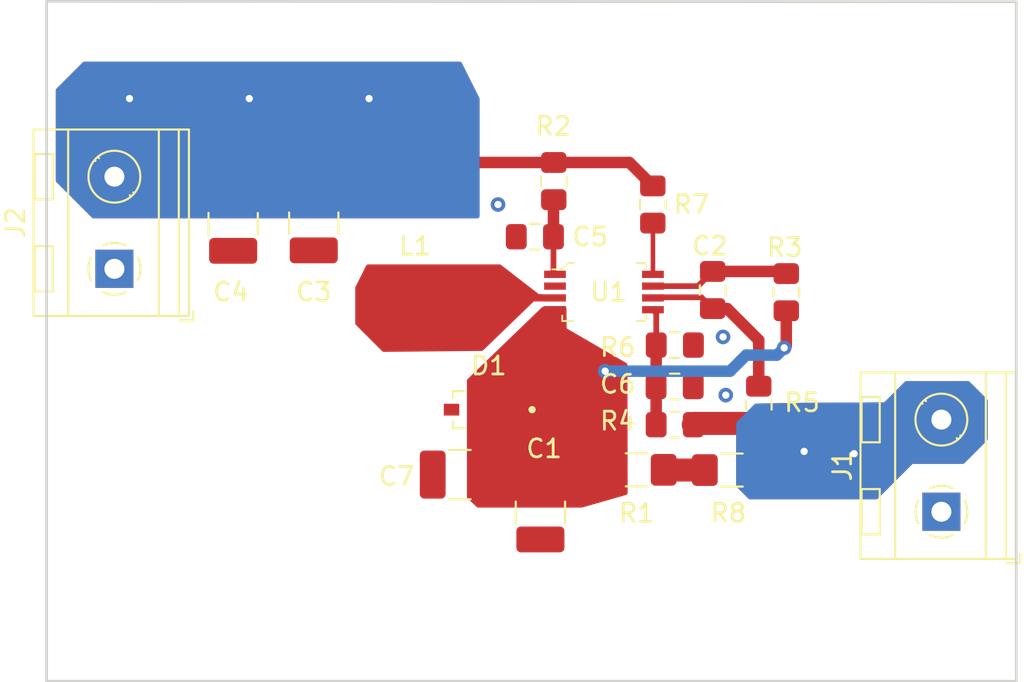
<source format=kicad_pcb>
(kicad_pcb (version 20171130) (host pcbnew "(5.0.2)-1")

  (general
    (thickness 1.6)
    (drawings 4)
    (tracks 52)
    (zones 0)
    (modules 20)
    (nets 12)
  )

  (page A4)
  (layers
    (0 F.Cu signal)
    (31 B.Cu signal)
    (32 B.Adhes user hide)
    (33 F.Adhes user hide)
    (34 B.Paste user hide)
    (35 F.Paste user hide)
    (36 B.SilkS user hide)
    (37 F.SilkS user)
    (38 B.Mask user hide)
    (39 F.Mask user hide)
    (40 Dwgs.User user hide)
    (41 Cmts.User user hide)
    (42 Eco1.User user hide)
    (43 Eco2.User user hide)
    (44 Edge.Cuts user)
    (45 Margin user hide)
    (46 B.CrtYd user hide)
    (47 F.CrtYd user)
    (48 B.Fab user hide)
    (49 F.Fab user hide)
  )

  (setup
    (last_trace_width 0.25)
    (user_trace_width 0.1366)
    (user_trace_width 0.3175)
    (user_trace_width 0.635)
    (user_trace_width 1.27)
    (user_trace_width 2.54)
    (trace_clearance 0.254)
    (zone_clearance 0)
    (zone_45_only yes)
    (trace_min 0.1)
    (segment_width 0.2)
    (edge_width 0.15)
    (via_size 0.8)
    (via_drill 0.4)
    (via_min_size 0.4)
    (via_min_drill 0.3)
    (uvia_size 0.3)
    (uvia_drill 0.1)
    (uvias_allowed no)
    (uvia_min_size 0.2)
    (uvia_min_drill 0.1)
    (pcb_text_width 0.3)
    (pcb_text_size 1.5 1.5)
    (mod_edge_width 0.15)
    (mod_text_size 1 1)
    (mod_text_width 0.15)
    (pad_size 2.1 2.1)
    (pad_drill 1.1)
    (pad_to_mask_clearance 0.051)
    (solder_mask_min_width 0.25)
    (aux_axis_origin 0 0)
    (visible_elements 7FFFF7FF)
    (pcbplotparams
      (layerselection 0x01000_ffffffff)
      (usegerberextensions false)
      (usegerberattributes false)
      (usegerberadvancedattributes false)
      (creategerberjobfile false)
      (excludeedgelayer true)
      (linewidth 0.100000)
      (plotframeref false)
      (viasonmask false)
      (mode 1)
      (useauxorigin false)
      (hpglpennumber 1)
      (hpglpenspeed 20)
      (hpglpendiameter 15.000000)
      (psnegative false)
      (psa4output false)
      (plotreference true)
      (plotvalue true)
      (plotinvisibletext false)
      (padsonsilk false)
      (subtractmaskfromsilk false)
      (outputformat 1)
      (mirror false)
      (drillshape 0)
      (scaleselection 1)
      (outputdirectory "D:/Juan_Ayala/"))
  )

  (net 0 "")
  (net 1 "Net-(C1-Pad2)")
  (net 2 GND)
  (net 3 "Net-(C2-Pad1)")
  (net 4 "Net-(C2-Pad2)")
  (net 5 "Net-(C3-Pad1)")
  (net 6 "Net-(C5-Pad1)")
  (net 7 "Net-(C6-Pad1)")
  (net 8 "Net-(L1-Pad2)")
  (net 9 "Net-(R7-Pad1)")
  (net 10 "Net-(R1-Pad2)")
  (net 11 "Net-(J1-Pad2)")

  (net_class Default "This is the default net class."
    (clearance 0.254)
    (trace_width 0.25)
    (via_dia 0.8)
    (via_drill 0.4)
    (uvia_dia 0.3)
    (uvia_drill 0.1)
    (add_net GND)
    (add_net "Net-(C1-Pad2)")
    (add_net "Net-(C2-Pad1)")
    (add_net "Net-(C2-Pad2)")
    (add_net "Net-(C3-Pad1)")
    (add_net "Net-(C5-Pad1)")
    (add_net "Net-(C6-Pad1)")
    (add_net "Net-(J1-Pad2)")
    (add_net "Net-(L1-Pad2)")
    (add_net "Net-(R1-Pad2)")
    (add_net "Net-(R7-Pad1)")
  )

  (module TerminalBlock_RND:TerminalBlock_RND_205-00232_1x02_P5.08mm_Horizontal (layer F.Cu) (tedit 5B294F40) (tstamp 5E84C5B8)
    (at 49.96688 56.63184 90)
    (descr "terminal block RND 205-00232, 2 pins, pitch 5.08mm, size 10.2x8.45mm^2, drill diamater 1.1mm, pad diameter 2.1mm, see http://cdn-reichelt.de/documents/datenblatt/C151/RND_205-00232_DB_EN.pdf, script-generated using https://github.com/pointhi/kicad-footprint-generator/scripts/TerminalBlock_RND")
    (tags "THT terminal block RND 205-00232 pitch 5.08mm size 10.2x8.45mm^2 drill 1.1mm pad 2.1mm")
    (path /5E4D96D4)
    (fp_text reference J2 (at 2.54 -5.46 90) (layer F.SilkS)
      (effects (font (size 1 1) (thickness 0.15)))
    )
    (fp_text value Screw_Terminal_01x02 (at 2.54 5.11 90) (layer F.Fab)
      (effects (font (size 1 1) (thickness 0.15)))
    )
    (fp_arc (start 0 0) (end 0 1.43) (angle -26) (layer F.SilkS) (width 0.12))
    (fp_arc (start 0 0) (end 1.286 0.627) (angle -52) (layer F.SilkS) (width 0.12))
    (fp_arc (start 0 0) (end 0.627 -1.286) (angle -52) (layer F.SilkS) (width 0.12))
    (fp_arc (start 0 0) (end -1.286 -0.628) (angle -52) (layer F.SilkS) (width 0.12))
    (fp_arc (start 0 0) (end -0.628 1.286) (angle -27) (layer F.SilkS) (width 0.12))
    (fp_circle (center 0 0) (end 1.25 0) (layer F.Fab) (width 0.1))
    (fp_circle (center 5.08 0) (end 6.33 0) (layer F.Fab) (width 0.1))
    (fp_circle (center 5.08 0) (end 6.51 0) (layer F.SilkS) (width 0.12))
    (fp_line (start -2.54 -4.4) (end 7.62 -4.4) (layer F.Fab) (width 0.1))
    (fp_line (start 7.62 -4.4) (end 7.62 4.05) (layer F.Fab) (width 0.1))
    (fp_line (start 7.62 4.05) (end -2.04 4.05) (layer F.Fab) (width 0.1))
    (fp_line (start -2.04 4.05) (end -2.54 3.55) (layer F.Fab) (width 0.1))
    (fp_line (start -2.54 3.55) (end -2.54 -4.4) (layer F.Fab) (width 0.1))
    (fp_line (start -2.54 3.55) (end 7.62 3.55) (layer F.Fab) (width 0.1))
    (fp_line (start -2.6 3.55) (end 7.68 3.55) (layer F.SilkS) (width 0.12))
    (fp_line (start -2.54 2.45) (end 7.62 2.45) (layer F.Fab) (width 0.1))
    (fp_line (start -2.6 2.45) (end 7.68 2.45) (layer F.SilkS) (width 0.12))
    (fp_line (start -2.54 -2.55) (end 7.62 -2.55) (layer F.Fab) (width 0.1))
    (fp_line (start -2.6 -2.55) (end 7.68 -2.55) (layer F.SilkS) (width 0.12))
    (fp_line (start -2.6 -4.46) (end 7.68 -4.46) (layer F.SilkS) (width 0.12))
    (fp_line (start -2.6 4.11) (end 7.68 4.11) (layer F.SilkS) (width 0.12))
    (fp_line (start -2.6 -4.46) (end -2.6 4.11) (layer F.SilkS) (width 0.12))
    (fp_line (start 7.68 -4.46) (end 7.68 4.11) (layer F.SilkS) (width 0.12))
    (fp_line (start 0.949 -0.796) (end -0.796 0.948) (layer F.Fab) (width 0.1))
    (fp_line (start 0.796 -0.948) (end -0.949 0.796) (layer F.Fab) (width 0.1))
    (fp_line (start -1.25 -4.4) (end -1.25 -3.4) (layer F.Fab) (width 0.1))
    (fp_line (start -1.25 -3.4) (end 1.25 -3.4) (layer F.Fab) (width 0.1))
    (fp_line (start 1.25 -3.4) (end 1.25 -4.4) (layer F.Fab) (width 0.1))
    (fp_line (start 1.25 -4.4) (end -1.25 -4.4) (layer F.Fab) (width 0.1))
    (fp_line (start -1.25 -4.4) (end 1.25 -4.4) (layer F.SilkS) (width 0.12))
    (fp_line (start -1.25 -3.4) (end 1.25 -3.4) (layer F.SilkS) (width 0.12))
    (fp_line (start -1.25 -4.4) (end -1.25 -3.4) (layer F.SilkS) (width 0.12))
    (fp_line (start 1.25 -4.4) (end 1.25 -3.4) (layer F.SilkS) (width 0.12))
    (fp_line (start 6.029 -0.796) (end 4.285 0.948) (layer F.Fab) (width 0.1))
    (fp_line (start 5.876 -0.948) (end 4.132 0.796) (layer F.Fab) (width 0.1))
    (fp_line (start 6.165 -0.91) (end 6.105 -0.851) (layer F.SilkS) (width 0.12))
    (fp_line (start 4.21 1.045) (end 4.17 1.085) (layer F.SilkS) (width 0.12))
    (fp_line (start 5.991 -1.085) (end 5.951 -1.045) (layer F.SilkS) (width 0.12))
    (fp_line (start 4.056 0.85) (end 3.996 0.91) (layer F.SilkS) (width 0.12))
    (fp_line (start 3.83 -4.4) (end 3.83 -3.4) (layer F.Fab) (width 0.1))
    (fp_line (start 3.83 -3.4) (end 6.33 -3.4) (layer F.Fab) (width 0.1))
    (fp_line (start 6.33 -3.4) (end 6.33 -4.4) (layer F.Fab) (width 0.1))
    (fp_line (start 6.33 -4.4) (end 3.83 -4.4) (layer F.Fab) (width 0.1))
    (fp_line (start 3.83 -4.4) (end 6.33 -4.4) (layer F.SilkS) (width 0.12))
    (fp_line (start 3.83 -3.4) (end 6.33 -3.4) (layer F.SilkS) (width 0.12))
    (fp_line (start 3.83 -4.4) (end 3.83 -3.4) (layer F.SilkS) (width 0.12))
    (fp_line (start 6.33 -4.4) (end 6.33 -3.4) (layer F.SilkS) (width 0.12))
    (fp_line (start -2.84 3.61) (end -2.84 4.35) (layer F.SilkS) (width 0.12))
    (fp_line (start -2.84 4.35) (end -2.34 4.35) (layer F.SilkS) (width 0.12))
    (fp_line (start -3.04 -4.9) (end -3.04 4.55) (layer F.CrtYd) (width 0.05))
    (fp_line (start -3.04 4.55) (end 8.13 4.55) (layer F.CrtYd) (width 0.05))
    (fp_line (start 8.13 4.55) (end 8.13 -4.9) (layer F.CrtYd) (width 0.05))
    (fp_line (start 8.13 -4.9) (end -3.04 -4.9) (layer F.CrtYd) (width 0.05))
    (fp_text user %R (at 2.54 -5.46 90) (layer F.Fab)
      (effects (font (size 1 1) (thickness 0.15)))
    )
    (pad 1 thru_hole rect (at 0 0 90) (size 2.1 2.1) (drill 1.1) (layers *.Cu *.Mask)
      (net 2 GND))
    (pad 2 thru_hole circle (at 5.08 0 90) (size 2.1 2.1) (drill 1.1) (layers *.Cu *.Mask)
      (net 5 "Net-(C3-Pad1)"))
    (model ${KISYS3DMOD}/TerminalBlock_RND.3dshapes/TerminalBlock_RND_205-00232_1x02_P5.08mm_Horizontal.wrl
      (at (xyz 0 0 0))
      (scale (xyz 1 1 1))
      (rotate (xyz 0 0 0))
    )
  )

  (module TerminalBlock_RND:TerminalBlock_RND_205-00232_1x02_P5.08mm_Horizontal (layer F.Cu) (tedit 5E50E638) (tstamp 5E84BBD6)
    (at 95.5675 70.0278 90)
    (descr "terminal block RND 205-00232, 2 pins, pitch 5.08mm, size 10.2x8.45mm^2, drill diamater 1.1mm, pad diameter 2.1mm, see http://cdn-reichelt.de/documents/datenblatt/C151/RND_205-00232_DB_EN.pdf, script-generated using https://github.com/pointhi/kicad-footprint-generator/scripts/TerminalBlock_RND")
    (tags "THT terminal block RND 205-00232 pitch 5.08mm size 10.2x8.45mm^2 drill 1.1mm pad 2.1mm")
    (path /5E4D976A)
    (fp_text reference J1 (at 2.54 -5.46 90) (layer F.SilkS)
      (effects (font (size 1 1) (thickness 0.15)))
    )
    (fp_text value Screw_Terminal_01x02 (at 2.54 5.11 90) (layer F.Fab)
      (effects (font (size 1 1) (thickness 0.15)))
    )
    (fp_arc (start 0 0) (end 0 1.43) (angle -26) (layer F.SilkS) (width 0.12))
    (fp_arc (start 0 0) (end 1.286 0.627) (angle -52) (layer F.SilkS) (width 0.12))
    (fp_arc (start 0 0) (end 0.627 -1.286) (angle -52) (layer F.SilkS) (width 0.12))
    (fp_arc (start 0 0) (end -1.286 -0.628) (angle -52) (layer F.SilkS) (width 0.12))
    (fp_arc (start 0 0) (end -0.628 1.286) (angle -27) (layer F.SilkS) (width 0.12))
    (fp_circle (center 0 0) (end 1.25 0) (layer F.Fab) (width 0.1))
    (fp_circle (center 5.08 0) (end 6.33 0) (layer F.Fab) (width 0.1))
    (fp_circle (center 5.08 0) (end 6.51 0) (layer F.SilkS) (width 0.12))
    (fp_line (start -2.54 -4.4) (end 7.62 -4.4) (layer F.Fab) (width 0.1))
    (fp_line (start 7.62 -4.4) (end 7.62 4.05) (layer F.Fab) (width 0.1))
    (fp_line (start 7.62 4.05) (end -2.04 4.05) (layer F.Fab) (width 0.1))
    (fp_line (start -2.04 4.05) (end -2.54 3.55) (layer F.Fab) (width 0.1))
    (fp_line (start -2.54 3.55) (end -2.54 -4.4) (layer F.Fab) (width 0.1))
    (fp_line (start -2.54 3.55) (end 7.62 3.55) (layer F.Fab) (width 0.1))
    (fp_line (start -2.6 3.55) (end 7.68 3.55) (layer F.SilkS) (width 0.12))
    (fp_line (start -2.54 2.45) (end 7.62 2.45) (layer F.Fab) (width 0.1))
    (fp_line (start -2.6 2.45) (end 7.68 2.45) (layer F.SilkS) (width 0.12))
    (fp_line (start -2.54 -2.55) (end 7.62 -2.55) (layer F.Fab) (width 0.1))
    (fp_line (start -2.6 -2.55) (end 7.68 -2.55) (layer F.SilkS) (width 0.12))
    (fp_line (start -2.6 -4.46) (end 7.68 -4.46) (layer F.SilkS) (width 0.12))
    (fp_line (start -2.6 4.11) (end 7.68 4.11) (layer F.SilkS) (width 0.12))
    (fp_line (start -2.6 -4.46) (end -2.6 4.11) (layer F.SilkS) (width 0.12))
    (fp_line (start 7.68 -4.46) (end 7.68 4.11) (layer F.SilkS) (width 0.12))
    (fp_line (start 0.949 -0.796) (end -0.796 0.948) (layer F.Fab) (width 0.1))
    (fp_line (start 0.796 -0.948) (end -0.949 0.796) (layer F.Fab) (width 0.1))
    (fp_line (start -1.25 -4.4) (end -1.25 -3.4) (layer F.Fab) (width 0.1))
    (fp_line (start -1.25 -3.4) (end 1.25 -3.4) (layer F.Fab) (width 0.1))
    (fp_line (start 1.25 -3.4) (end 1.25 -4.4) (layer F.Fab) (width 0.1))
    (fp_line (start 1.25 -4.4) (end -1.25 -4.4) (layer F.Fab) (width 0.1))
    (fp_line (start -1.25 -4.4) (end 1.25 -4.4) (layer F.SilkS) (width 0.12))
    (fp_line (start -1.25 -3.4) (end 1.25 -3.4) (layer F.SilkS) (width 0.12))
    (fp_line (start -1.25 -4.4) (end -1.25 -3.4) (layer F.SilkS) (width 0.12))
    (fp_line (start 1.25 -4.4) (end 1.25 -3.4) (layer F.SilkS) (width 0.12))
    (fp_line (start 6.029 -0.796) (end 4.285 0.948) (layer F.Fab) (width 0.1))
    (fp_line (start 5.876 -0.948) (end 4.132 0.796) (layer F.Fab) (width 0.1))
    (fp_line (start 6.165 -0.91) (end 6.105 -0.851) (layer F.SilkS) (width 0.12))
    (fp_line (start 4.21 1.045) (end 4.17 1.085) (layer F.SilkS) (width 0.12))
    (fp_line (start 5.991 -1.085) (end 5.951 -1.045) (layer F.SilkS) (width 0.12))
    (fp_line (start 4.056 0.85) (end 3.996 0.91) (layer F.SilkS) (width 0.12))
    (fp_line (start 3.83 -4.4) (end 3.83 -3.4) (layer F.Fab) (width 0.1))
    (fp_line (start 3.83 -3.4) (end 6.33 -3.4) (layer F.Fab) (width 0.1))
    (fp_line (start 6.33 -3.4) (end 6.33 -4.4) (layer F.Fab) (width 0.1))
    (fp_line (start 6.33 -4.4) (end 3.83 -4.4) (layer F.Fab) (width 0.1))
    (fp_line (start 3.83 -4.4) (end 6.33 -4.4) (layer F.SilkS) (width 0.12))
    (fp_line (start 3.83 -3.4) (end 6.33 -3.4) (layer F.SilkS) (width 0.12))
    (fp_line (start 3.83 -4.4) (end 3.83 -3.4) (layer F.SilkS) (width 0.12))
    (fp_line (start 6.33 -4.4) (end 6.33 -3.4) (layer F.SilkS) (width 0.12))
    (fp_line (start -2.84 3.61) (end -2.84 4.35) (layer F.SilkS) (width 0.12))
    (fp_line (start -2.84 4.35) (end -2.34 4.35) (layer F.SilkS) (width 0.12))
    (fp_line (start -3.04 -4.9) (end -3.04 4.55) (layer F.CrtYd) (width 0.05))
    (fp_line (start -3.04 4.55) (end 8.13 4.55) (layer F.CrtYd) (width 0.05))
    (fp_line (start 8.13 4.55) (end 8.13 -4.9) (layer F.CrtYd) (width 0.05))
    (fp_line (start 8.13 -4.9) (end -3.04 -4.9) (layer F.CrtYd) (width 0.05))
    (fp_text user %R (at 2.54 -5.46 90) (layer F.Fab)
      (effects (font (size 1 1) (thickness 0.15)))
    )
    (pad 1 thru_hole rect (at 0 0 90) (size 2.1 2.1) (drill 1.1) (layers *.Cu *.Mask)
      (net 2 GND))
    (pad 2 thru_hole circle (at 5.08 0 90) (size 2.1 2.1) (drill 1.1) (layers *.Cu *.Mask)
      (net 11 "Net-(J1-Pad2)"))
    (model ${KISYS3DMOD}/TerminalBlock_RND.3dshapes/TerminalBlock_RND_205-00232_1x02_P5.08mm_Horizontal.wrl
      (at (xyz 0 0 0))
      (scale (xyz 1 1 1))
      (rotate (xyz 0 0 0))
    )
  )

  (module Resistor_SMD:R_1206_3216Metric_Pad1.42x1.75mm_HandSolder (layer F.Cu) (tedit 5B301BBD) (tstamp 5E59F7C9)
    (at 84.0105 67.7291)
    (descr "Resistor SMD 1206 (3216 Metric), square (rectangular) end terminal, IPC_7351 nominal with elongated pad for handsoldering. (Body size source: http://www.tortai-tech.com/upload/download/2011102023233369053.pdf), generated with kicad-footprint-generator")
    (tags "resistor handsolder")
    (path /5E4D3A15)
    (attr smd)
    (fp_text reference R8 (at -0.1905 2.3749) (layer F.SilkS)
      (effects (font (size 1 1) (thickness 0.15)))
    )
    (fp_text value 0.039 (at 0 1.82) (layer F.Fab)
      (effects (font (size 1 1) (thickness 0.15)))
    )
    (fp_text user %R (at 0 0) (layer F.Fab)
      (effects (font (size 0.8 0.8) (thickness 0.12)))
    )
    (fp_line (start 2.45 1.12) (end -2.45 1.12) (layer F.CrtYd) (width 0.05))
    (fp_line (start 2.45 -1.12) (end 2.45 1.12) (layer F.CrtYd) (width 0.05))
    (fp_line (start -2.45 -1.12) (end 2.45 -1.12) (layer F.CrtYd) (width 0.05))
    (fp_line (start -2.45 1.12) (end -2.45 -1.12) (layer F.CrtYd) (width 0.05))
    (fp_line (start -0.602064 0.91) (end 0.602064 0.91) (layer F.SilkS) (width 0.12))
    (fp_line (start -0.602064 -0.91) (end 0.602064 -0.91) (layer F.SilkS) (width 0.12))
    (fp_line (start 1.6 0.8) (end -1.6 0.8) (layer F.Fab) (width 0.1))
    (fp_line (start 1.6 -0.8) (end 1.6 0.8) (layer F.Fab) (width 0.1))
    (fp_line (start -1.6 -0.8) (end 1.6 -0.8) (layer F.Fab) (width 0.1))
    (fp_line (start -1.6 0.8) (end -1.6 -0.8) (layer F.Fab) (width 0.1))
    (pad 2 smd roundrect (at 1.4875 0) (size 1.425 1.75) (layers F.Cu F.Paste F.Mask) (roundrect_rratio 0.175439)
      (net 11 "Net-(J1-Pad2)"))
    (pad 1 smd roundrect (at -1.4875 0) (size 1.425 1.75) (layers F.Cu F.Paste F.Mask) (roundrect_rratio 0.175439)
      (net 10 "Net-(R1-Pad2)"))
    (model ${KISYS3DMOD}/Resistor_SMD.3dshapes/R_1206_3216Metric.wrl
      (at (xyz 0 0 0))
      (scale (xyz 1 1 1))
      (rotate (xyz 0 0 0))
    )
  )

  (module Resistor_SMD:R_1206_3216Metric_Pad1.42x1.75mm_HandSolder (layer F.Cu) (tedit 5B301BBD) (tstamp 5E59F7F9)
    (at 78.767 67.7164)
    (descr "Resistor SMD 1206 (3216 Metric), square (rectangular) end terminal, IPC_7351 nominal with elongated pad for handsoldering. (Body size source: http://www.tortai-tech.com/upload/download/2011102023233369053.pdf), generated with kicad-footprint-generator")
    (tags "resistor handsolder")
    (path /5E4D0EC3)
    (attr smd)
    (fp_text reference R1 (at 0 2.3876) (layer F.SilkS)
      (effects (font (size 1 1) (thickness 0.15)))
    )
    (fp_text value 0.039 (at 0 1.82) (layer F.Fab)
      (effects (font (size 1 1) (thickness 0.15)))
    )
    (fp_line (start -1.6 0.8) (end -1.6 -0.8) (layer F.Fab) (width 0.1))
    (fp_line (start -1.6 -0.8) (end 1.6 -0.8) (layer F.Fab) (width 0.1))
    (fp_line (start 1.6 -0.8) (end 1.6 0.8) (layer F.Fab) (width 0.1))
    (fp_line (start 1.6 0.8) (end -1.6 0.8) (layer F.Fab) (width 0.1))
    (fp_line (start -0.602064 -0.91) (end 0.602064 -0.91) (layer F.SilkS) (width 0.12))
    (fp_line (start -0.602064 0.91) (end 0.602064 0.91) (layer F.SilkS) (width 0.12))
    (fp_line (start -2.45 1.12) (end -2.45 -1.12) (layer F.CrtYd) (width 0.05))
    (fp_line (start -2.45 -1.12) (end 2.45 -1.12) (layer F.CrtYd) (width 0.05))
    (fp_line (start 2.45 -1.12) (end 2.45 1.12) (layer F.CrtYd) (width 0.05))
    (fp_line (start 2.45 1.12) (end -2.45 1.12) (layer F.CrtYd) (width 0.05))
    (fp_text user %R (at 0 0) (layer F.Fab)
      (effects (font (size 0.8 0.8) (thickness 0.12)))
    )
    (pad 1 smd roundrect (at -1.4875 0) (size 1.425 1.75) (layers F.Cu F.Paste F.Mask) (roundrect_rratio 0.175439)
      (net 1 "Net-(C1-Pad2)"))
    (pad 2 smd roundrect (at 1.4875 0) (size 1.425 1.75) (layers F.Cu F.Paste F.Mask) (roundrect_rratio 0.175439)
      (net 10 "Net-(R1-Pad2)"))
    (model ${KISYS3DMOD}/Resistor_SMD.3dshapes/R_1206_3216Metric.wrl
      (at (xyz 0 0 0))
      (scale (xyz 1 1 1))
      (rotate (xyz 0 0 0))
    )
  )

  (module SS:TSSOP-8_W4.4mm (layer F.Cu) (tedit 5D28AC77) (tstamp 5E4CD1E0)
    (at 76.962 57.912)
    (descr http://www.st.com/content/ccc/resource/technical/document/datasheet/0d/30/c2/1a/92/03/48/cb/CD00287506.pdf/files/CD00287506.pdf/jcr:content/translations/en.CD00287506.pdf)
    (path /5E32F24F)
    (attr smd)
    (fp_text reference U1 (at 0.254 0) (layer F.SilkS)
      (effects (font (size 1 1) (thickness 0.15)))
    )
    (fp_text value SPV1040 (at 0 3) (layer F.Fab)
      (effects (font (size 1 1) (thickness 0.15)))
    )
    (fp_line (start -2.2 1.5) (end 2.2 1.5) (layer F.Fab) (width 0.1))
    (fp_line (start 2.2 -1.5) (end 2.2 1.5) (layer F.Fab) (width 0.1))
    (fp_line (start -2.2 -1.2) (end -1.9 -1.5) (layer F.Fab) (width 0.1))
    (fp_line (start -1.9 -1.5) (end 2.2 -1.5) (layer F.Fab) (width 0.1))
    (fp_line (start -2.2 -1.2) (end -2.2 1.5) (layer F.Fab) (width 0.1))
    (fp_text user %R (at 0 0) (layer F.Fab)
      (effects (font (size 1 1) (thickness 0.15)))
    )
    (fp_line (start -2.35 -1.25) (end -2.85 -1.25) (layer F.SilkS) (width 0.1))
    (fp_line (start -1.95 -1.6) (end -2.35 -1.25) (layer F.SilkS) (width 0.1))
    (fp_line (start -1.65 -1.6) (end -1.95 -1.6) (layer F.SilkS) (width 0.1))
    (fp_line (start 2.3 -1.6) (end 1.8 -1.6) (layer F.SilkS) (width 0.1))
    (fp_line (start 2.3 -1.3) (end 2.3 -1.6) (layer F.SilkS) (width 0.1))
    (fp_line (start 2.3 1.6) (end 1.8 1.6) (layer F.SilkS) (width 0.1))
    (fp_line (start 2.3 1.25) (end 2.3 1.6) (layer F.SilkS) (width 0.1))
    (fp_line (start -2.3 1.6) (end -1.7 1.6) (layer F.SilkS) (width 0.1))
    (fp_line (start -2.3 1.3) (end -2.3 1.6) (layer F.SilkS) (width 0.1))
    (fp_line (start 3.55 1.75) (end -3.55 1.75) (layer F.CrtYd) (width 0.05))
    (fp_line (start -3.55 1.75) (end -3.55 -1.75) (layer F.CrtYd) (width 0.05))
    (fp_line (start -3.55 -1.75) (end 3.55 -1.75) (layer F.CrtYd) (width 0.05))
    (fp_line (start 3.55 1.75) (end 3.55 -1.75) (layer F.CrtYd) (width 0.05))
    (pad 8 smd rect (at 2.7 -0.975) (size 1.2 0.4) (layers F.Cu F.Paste F.Mask)
      (net 9 "Net-(R7-Pad1)"))
    (pad 7 smd rect (at 2.7 -0.325) (size 1.2 0.4) (layers F.Cu F.Paste F.Mask)
      (net 3 "Net-(C2-Pad1)"))
    (pad 6 smd rect (at 2.7 0.325) (size 1.2 0.4) (layers F.Cu F.Paste F.Mask)
      (net 4 "Net-(C2-Pad2)"))
    (pad 5 smd rect (at 2.7 0.975) (size 1.2 0.4) (layers F.Cu F.Paste F.Mask)
      (net 7 "Net-(C6-Pad1)"))
    (pad 4 smd rect (at -2.7 0.975) (size 1.2 0.4) (layers F.Cu F.Paste F.Mask)
      (net 1 "Net-(C1-Pad2)"))
    (pad 3 smd rect (at -2.7 0.325) (size 1.2 0.4) (layers F.Cu F.Paste F.Mask)
      (net 8 "Net-(L1-Pad2)"))
    (pad 1 smd rect (at -2.7 -0.975) (size 1.2 0.4) (layers F.Cu F.Paste F.Mask)
      (net 6 "Net-(C5-Pad1)"))
    (pad 2 smd rect (at -2.7 -0.325) (size 1.2 0.4) (layers F.Cu F.Paste F.Mask)
      (net 2 GND))
  )

  (module Capacitor_SMD:C_1210_3225Metric_Pad1.42x2.65mm_HandSolder (layer F.Cu) (tedit 5E4D1F08) (tstamp 5E72E197)
    (at 73.4568 70.0675 90)
    (descr "Capacitor SMD 1210 (3225 Metric), square (rectangular) end terminal, IPC_7351 nominal with elongated pad for handsoldering. (Body size source: http://www.tortai-tech.com/upload/download/2011102023233369053.pdf), generated with kicad-footprint-generator")
    (tags "capacitor handsolder")
    (path /5E32F38A)
    (attr smd)
    (fp_text reference C1 (at 3.5195 0.2032 180) (layer F.SilkS)
      (effects (font (size 1 1) (thickness 0.15)))
    )
    (fp_text value 100uF (at 0 2.28 90) (layer F.Fab)
      (effects (font (size 1 1) (thickness 0.15)))
    )
    (fp_text user %R (at 0 0 90) (layer F.Fab)
      (effects (font (size 0.8 0.8) (thickness 0.12)))
    )
    (fp_line (start 2.45 1.58) (end -2.45 1.58) (layer F.CrtYd) (width 0.05))
    (fp_line (start 2.45 -1.58) (end 2.45 1.58) (layer F.CrtYd) (width 0.05))
    (fp_line (start -2.45 -1.58) (end 2.45 -1.58) (layer F.CrtYd) (width 0.05))
    (fp_line (start -2.45 1.58) (end -2.45 -1.58) (layer F.CrtYd) (width 0.05))
    (fp_line (start -0.602064 1.36) (end 0.602064 1.36) (layer F.SilkS) (width 0.12))
    (fp_line (start -0.602064 -1.36) (end 0.602064 -1.36) (layer F.SilkS) (width 0.12))
    (fp_line (start 1.6 1.25) (end -1.6 1.25) (layer F.Fab) (width 0.1))
    (fp_line (start 1.6 -1.25) (end 1.6 1.25) (layer F.Fab) (width 0.1))
    (fp_line (start -1.6 -1.25) (end 1.6 -1.25) (layer F.Fab) (width 0.1))
    (fp_line (start -1.6 1.25) (end -1.6 -1.25) (layer F.Fab) (width 0.1))
    (pad 2 smd roundrect (at 1.4875 0 90) (size 1.425 2.65) (layers F.Cu F.Paste F.Mask) (roundrect_rratio 0.175439)
      (net 1 "Net-(C1-Pad2)"))
    (pad 1 smd roundrect (at -1.4875 0 90) (size 1.425 2.65) (layers F.Cu F.Paste F.Mask) (roundrect_rratio 0.175439)
      (net 2 GND))
    (model ${KISYS3DMOD}/Capacitor_SMD.3dshapes/C_1210_3225Metric.wrl
      (at (xyz 0 0 0))
      (scale (xyz 1 1 1))
      (rotate (xyz 0 0 0))
    )
  )

  (module Capacitor_SMD:C_0805_2012Metric_Pad1.15x1.40mm_HandSolder (layer F.Cu) (tedit 5B36C52B) (tstamp 5E72E1A8)
    (at 82.9564 57.8014 270)
    (descr "Capacitor SMD 0805 (2012 Metric), square (rectangular) end terminal, IPC_7351 nominal with elongated pad for handsoldering. (Body size source: https://docs.google.com/spreadsheets/d/1BsfQQcO9C6DZCsRaXUlFlo91Tg2WpOkGARC1WS5S8t0/edit?usp=sharing), generated with kicad-footprint-generator")
    (tags "capacitor handsolder")
    (path /5E32F7F2)
    (attr smd)
    (fp_text reference C2 (at -2.4294 0.1524) (layer F.SilkS)
      (effects (font (size 1 1) (thickness 0.15)))
    )
    (fp_text value 1uF (at 0 1.65 270) (layer F.Fab)
      (effects (font (size 1 1) (thickness 0.15)))
    )
    (fp_text user %R (at 0 0 270) (layer F.Fab)
      (effects (font (size 0.5 0.5) (thickness 0.08)))
    )
    (fp_line (start 1.85 0.95) (end -1.85 0.95) (layer F.CrtYd) (width 0.05))
    (fp_line (start 1.85 -0.95) (end 1.85 0.95) (layer F.CrtYd) (width 0.05))
    (fp_line (start -1.85 -0.95) (end 1.85 -0.95) (layer F.CrtYd) (width 0.05))
    (fp_line (start -1.85 0.95) (end -1.85 -0.95) (layer F.CrtYd) (width 0.05))
    (fp_line (start -0.261252 0.71) (end 0.261252 0.71) (layer F.SilkS) (width 0.12))
    (fp_line (start -0.261252 -0.71) (end 0.261252 -0.71) (layer F.SilkS) (width 0.12))
    (fp_line (start 1 0.6) (end -1 0.6) (layer F.Fab) (width 0.1))
    (fp_line (start 1 -0.6) (end 1 0.6) (layer F.Fab) (width 0.1))
    (fp_line (start -1 -0.6) (end 1 -0.6) (layer F.Fab) (width 0.1))
    (fp_line (start -1 0.6) (end -1 -0.6) (layer F.Fab) (width 0.1))
    (pad 2 smd roundrect (at 1.025 0 270) (size 1.15 1.4) (layers F.Cu F.Paste F.Mask) (roundrect_rratio 0.217391)
      (net 4 "Net-(C2-Pad2)"))
    (pad 1 smd roundrect (at -1.025 0 270) (size 1.15 1.4) (layers F.Cu F.Paste F.Mask) (roundrect_rratio 0.217391)
      (net 3 "Net-(C2-Pad1)"))
    (model ${KISYS3DMOD}/Capacitor_SMD.3dshapes/C_0805_2012Metric.wrl
      (at (xyz 0 0 0))
      (scale (xyz 1 1 1))
      (rotate (xyz 0 0 0))
    )
  )

  (module Capacitor_SMD:C_1210_3225Metric_Pad1.42x2.65mm_HandSolder (layer F.Cu) (tedit 5B301BBE) (tstamp 5E72E1B9)
    (at 60.96 54.1274 270)
    (descr "Capacitor SMD 1210 (3225 Metric), square (rectangular) end terminal, IPC_7351 nominal with elongated pad for handsoldering. (Body size source: http://www.tortai-tech.com/upload/download/2011102023233369053.pdf), generated with kicad-footprint-generator")
    (tags "capacitor handsolder")
    (path /5E418D1B)
    (attr smd)
    (fp_text reference C3 (at 3.7846 0) (layer F.SilkS)
      (effects (font (size 1 1) (thickness 0.15)))
    )
    (fp_text value 100uF (at 0 2.28 270) (layer F.Fab)
      (effects (font (size 1 1) (thickness 0.15)))
    )
    (fp_line (start -1.6 1.25) (end -1.6 -1.25) (layer F.Fab) (width 0.1))
    (fp_line (start -1.6 -1.25) (end 1.6 -1.25) (layer F.Fab) (width 0.1))
    (fp_line (start 1.6 -1.25) (end 1.6 1.25) (layer F.Fab) (width 0.1))
    (fp_line (start 1.6 1.25) (end -1.6 1.25) (layer F.Fab) (width 0.1))
    (fp_line (start -0.602064 -1.36) (end 0.602064 -1.36) (layer F.SilkS) (width 0.12))
    (fp_line (start -0.602064 1.36) (end 0.602064 1.36) (layer F.SilkS) (width 0.12))
    (fp_line (start -2.45 1.58) (end -2.45 -1.58) (layer F.CrtYd) (width 0.05))
    (fp_line (start -2.45 -1.58) (end 2.45 -1.58) (layer F.CrtYd) (width 0.05))
    (fp_line (start 2.45 -1.58) (end 2.45 1.58) (layer F.CrtYd) (width 0.05))
    (fp_line (start 2.45 1.58) (end -2.45 1.58) (layer F.CrtYd) (width 0.05))
    (fp_text user %R (at 0 0 270) (layer F.Fab)
      (effects (font (size 0.8 0.8) (thickness 0.12)))
    )
    (pad 1 smd roundrect (at -1.4875 0 270) (size 1.425 2.65) (layers F.Cu F.Paste F.Mask) (roundrect_rratio 0.175439)
      (net 5 "Net-(C3-Pad1)"))
    (pad 2 smd roundrect (at 1.4875 0 270) (size 1.425 2.65) (layers F.Cu F.Paste F.Mask) (roundrect_rratio 0.175439)
      (net 2 GND))
    (model ${KISYS3DMOD}/Capacitor_SMD.3dshapes/C_1210_3225Metric.wrl
      (at (xyz 0 0 0))
      (scale (xyz 1 1 1))
      (rotate (xyz 0 0 0))
    )
  )

  (module Capacitor_SMD:C_1210_3225Metric_Pad1.42x2.65mm_HandSolder (layer F.Cu) (tedit 5B301BBE) (tstamp 5E72E1CA)
    (at 56.515 54.1528 270)
    (descr "Capacitor SMD 1210 (3225 Metric), square (rectangular) end terminal, IPC_7351 nominal with elongated pad for handsoldering. (Body size source: http://www.tortai-tech.com/upload/download/2011102023233369053.pdf), generated with kicad-footprint-generator")
    (tags "capacitor handsolder")
    (path /5E32F641)
    (attr smd)
    (fp_text reference C4 (at 3.7592 0.127) (layer F.SilkS)
      (effects (font (size 1 1) (thickness 0.15)))
    )
    (fp_text value 100uF (at 0 2.28 270) (layer F.Fab)
      (effects (font (size 1 1) (thickness 0.15)))
    )
    (fp_line (start -1.6 1.25) (end -1.6 -1.25) (layer F.Fab) (width 0.1))
    (fp_line (start -1.6 -1.25) (end 1.6 -1.25) (layer F.Fab) (width 0.1))
    (fp_line (start 1.6 -1.25) (end 1.6 1.25) (layer F.Fab) (width 0.1))
    (fp_line (start 1.6 1.25) (end -1.6 1.25) (layer F.Fab) (width 0.1))
    (fp_line (start -0.602064 -1.36) (end 0.602064 -1.36) (layer F.SilkS) (width 0.12))
    (fp_line (start -0.602064 1.36) (end 0.602064 1.36) (layer F.SilkS) (width 0.12))
    (fp_line (start -2.45 1.58) (end -2.45 -1.58) (layer F.CrtYd) (width 0.05))
    (fp_line (start -2.45 -1.58) (end 2.45 -1.58) (layer F.CrtYd) (width 0.05))
    (fp_line (start 2.45 -1.58) (end 2.45 1.58) (layer F.CrtYd) (width 0.05))
    (fp_line (start 2.45 1.58) (end -2.45 1.58) (layer F.CrtYd) (width 0.05))
    (fp_text user %R (at 0 0 270) (layer F.Fab)
      (effects (font (size 0.8 0.8) (thickness 0.12)))
    )
    (pad 1 smd roundrect (at -1.4875 0 270) (size 1.425 2.65) (layers F.Cu F.Paste F.Mask) (roundrect_rratio 0.175439)
      (net 5 "Net-(C3-Pad1)"))
    (pad 2 smd roundrect (at 1.4875 0 270) (size 1.425 2.65) (layers F.Cu F.Paste F.Mask) (roundrect_rratio 0.175439)
      (net 2 GND))
    (model ${KISYS3DMOD}/Capacitor_SMD.3dshapes/C_1210_3225Metric.wrl
      (at (xyz 0 0 0))
      (scale (xyz 1 1 1))
      (rotate (xyz 0 0 0))
    )
  )

  (module Capacitor_SMD:C_0805_2012Metric_Pad1.15x1.40mm_HandSolder (layer F.Cu) (tedit 5B36C52B) (tstamp 5E72E1DB)
    (at 73.152 54.864 180)
    (descr "Capacitor SMD 0805 (2012 Metric), square (rectangular) end terminal, IPC_7351 nominal with elongated pad for handsoldering. (Body size source: https://docs.google.com/spreadsheets/d/1BsfQQcO9C6DZCsRaXUlFlo91Tg2WpOkGARC1WS5S8t0/edit?usp=sharing), generated with kicad-footprint-generator")
    (tags "capacitor handsolder")
    (path /5E32F782)
    (attr smd)
    (fp_text reference C5 (at -3.048 0 180) (layer F.SilkS)
      (effects (font (size 1 1) (thickness 0.15)))
    )
    (fp_text value 1uF (at 0 1.65 180) (layer F.Fab)
      (effects (font (size 1 1) (thickness 0.15)))
    )
    (fp_text user %R (at 0 0 180) (layer F.Fab)
      (effects (font (size 0.5 0.5) (thickness 0.08)))
    )
    (fp_line (start 1.85 0.95) (end -1.85 0.95) (layer F.CrtYd) (width 0.05))
    (fp_line (start 1.85 -0.95) (end 1.85 0.95) (layer F.CrtYd) (width 0.05))
    (fp_line (start -1.85 -0.95) (end 1.85 -0.95) (layer F.CrtYd) (width 0.05))
    (fp_line (start -1.85 0.95) (end -1.85 -0.95) (layer F.CrtYd) (width 0.05))
    (fp_line (start -0.261252 0.71) (end 0.261252 0.71) (layer F.SilkS) (width 0.12))
    (fp_line (start -0.261252 -0.71) (end 0.261252 -0.71) (layer F.SilkS) (width 0.12))
    (fp_line (start 1 0.6) (end -1 0.6) (layer F.Fab) (width 0.1))
    (fp_line (start 1 -0.6) (end 1 0.6) (layer F.Fab) (width 0.1))
    (fp_line (start -1 -0.6) (end 1 -0.6) (layer F.Fab) (width 0.1))
    (fp_line (start -1 0.6) (end -1 -0.6) (layer F.Fab) (width 0.1))
    (pad 2 smd roundrect (at 1.025 0 180) (size 1.15 1.4) (layers F.Cu F.Paste F.Mask) (roundrect_rratio 0.217391)
      (net 2 GND))
    (pad 1 smd roundrect (at -1.025 0 180) (size 1.15 1.4) (layers F.Cu F.Paste F.Mask) (roundrect_rratio 0.217391)
      (net 6 "Net-(C5-Pad1)"))
    (model ${KISYS3DMOD}/Capacitor_SMD.3dshapes/C_0805_2012Metric.wrl
      (at (xyz 0 0 0))
      (scale (xyz 1 1 1))
      (rotate (xyz 0 0 0))
    )
  )

  (module Capacitor_SMD:C_0805_2012Metric_Pad1.15x1.40mm_HandSolder (layer F.Cu) (tedit 5B36C52B) (tstamp 5E72E1EC)
    (at 80.860307 63.124393)
    (descr "Capacitor SMD 0805 (2012 Metric), square (rectangular) end terminal, IPC_7351 nominal with elongated pad for handsoldering. (Body size source: https://docs.google.com/spreadsheets/d/1BsfQQcO9C6DZCsRaXUlFlo91Tg2WpOkGARC1WS5S8t0/edit?usp=sharing), generated with kicad-footprint-generator")
    (tags "capacitor handsolder")
    (path /5E32F7C6)
    (attr smd)
    (fp_text reference C6 (at -3.136307 -0.132393) (layer F.SilkS)
      (effects (font (size 1 1) (thickness 0.15)))
    )
    (fp_text value 22nF (at 0 1.65) (layer F.Fab)
      (effects (font (size 1 1) (thickness 0.15)))
    )
    (fp_text user %R (at 0 0) (layer F.Fab)
      (effects (font (size 0.5 0.5) (thickness 0.08)))
    )
    (fp_line (start 1.85 0.95) (end -1.85 0.95) (layer F.CrtYd) (width 0.05))
    (fp_line (start 1.85 -0.95) (end 1.85 0.95) (layer F.CrtYd) (width 0.05))
    (fp_line (start -1.85 -0.95) (end 1.85 -0.95) (layer F.CrtYd) (width 0.05))
    (fp_line (start -1.85 0.95) (end -1.85 -0.95) (layer F.CrtYd) (width 0.05))
    (fp_line (start -0.261252 0.71) (end 0.261252 0.71) (layer F.SilkS) (width 0.12))
    (fp_line (start -0.261252 -0.71) (end 0.261252 -0.71) (layer F.SilkS) (width 0.12))
    (fp_line (start 1 0.6) (end -1 0.6) (layer F.Fab) (width 0.1))
    (fp_line (start 1 -0.6) (end 1 0.6) (layer F.Fab) (width 0.1))
    (fp_line (start -1 -0.6) (end 1 -0.6) (layer F.Fab) (width 0.1))
    (fp_line (start -1 0.6) (end -1 -0.6) (layer F.Fab) (width 0.1))
    (pad 2 smd roundrect (at 1.025 0) (size 1.15 1.4) (layers F.Cu F.Paste F.Mask) (roundrect_rratio 0.217391)
      (net 2 GND))
    (pad 1 smd roundrect (at -1.025 0) (size 1.15 1.4) (layers F.Cu F.Paste F.Mask) (roundrect_rratio 0.217391)
      (net 7 "Net-(C6-Pad1)"))
    (model ${KISYS3DMOD}/Capacitor_SMD.3dshapes/C_0805_2012Metric.wrl
      (at (xyz 0 0 0))
      (scale (xyz 1 1 1))
      (rotate (xyz 0 0 0))
    )
  )

  (module Capacitor_SMD:C_1210_3225Metric_Pad1.42x2.65mm_HandSolder (layer F.Cu) (tedit 5B301BBE) (tstamp 5E72E1FD)
    (at 69.006338 67.979945)
    (descr "Capacitor SMD 1210 (3225 Metric), square (rectangular) end terminal, IPC_7351 nominal with elongated pad for handsoldering. (Body size source: http://www.tortai-tech.com/upload/download/2011102023233369053.pdf), generated with kicad-footprint-generator")
    (tags "capacitor handsolder")
    (path /5E4A86E4)
    (attr smd)
    (fp_text reference C7 (at -3.474338 0.092055) (layer F.SilkS)
      (effects (font (size 1 1) (thickness 0.15)))
    )
    (fp_text value 100uF (at 0 2.28) (layer F.Fab)
      (effects (font (size 1 1) (thickness 0.15)))
    )
    (fp_text user %R (at 0 0) (layer F.Fab)
      (effects (font (size 0.8 0.8) (thickness 0.12)))
    )
    (fp_line (start 2.45 1.58) (end -2.45 1.58) (layer F.CrtYd) (width 0.05))
    (fp_line (start 2.45 -1.58) (end 2.45 1.58) (layer F.CrtYd) (width 0.05))
    (fp_line (start -2.45 -1.58) (end 2.45 -1.58) (layer F.CrtYd) (width 0.05))
    (fp_line (start -2.45 1.58) (end -2.45 -1.58) (layer F.CrtYd) (width 0.05))
    (fp_line (start -0.602064 1.36) (end 0.602064 1.36) (layer F.SilkS) (width 0.12))
    (fp_line (start -0.602064 -1.36) (end 0.602064 -1.36) (layer F.SilkS) (width 0.12))
    (fp_line (start 1.6 1.25) (end -1.6 1.25) (layer F.Fab) (width 0.1))
    (fp_line (start 1.6 -1.25) (end 1.6 1.25) (layer F.Fab) (width 0.1))
    (fp_line (start -1.6 -1.25) (end 1.6 -1.25) (layer F.Fab) (width 0.1))
    (fp_line (start -1.6 1.25) (end -1.6 -1.25) (layer F.Fab) (width 0.1))
    (pad 2 smd roundrect (at 1.4875 0) (size 1.425 2.65) (layers F.Cu F.Paste F.Mask) (roundrect_rratio 0.175439)
      (net 1 "Net-(C1-Pad2)"))
    (pad 1 smd roundrect (at -1.4875 0) (size 1.425 2.65) (layers F.Cu F.Paste F.Mask) (roundrect_rratio 0.175439)
      (net 2 GND))
    (model ${KISYS3DMOD}/Capacitor_SMD.3dshapes/C_1210_3225Metric.wrl
      (at (xyz 0 0 0))
      (scale (xyz 1 1 1))
      (rotate (xyz 0 0 0))
    )
  )

  (module SS:DIO_SMM4F5.0A-TR (layer F.Cu) (tedit 5E4D1F0D) (tstamp 5E72E212)
    (at 70.197 64.398545 180)
    (path /5E379368)
    (fp_text reference D1 (at -0.415 2.422545 180) (layer F.SilkS)
      (effects (font (size 1 1) (thickness 0.15)))
    )
    (fp_text value SMM4F5.0 (at 4.1024 1.6936 180) (layer F.Fab)
      (effects (font (size 0.64 0.64) (thickness 0.015)))
    )
    (fp_line (start 1.55 -1.025) (end 1.55 1.025) (layer F.Fab) (width 0.127))
    (fp_line (start 1.55 1.025) (end -1.55 1.025) (layer F.Fab) (width 0.127))
    (fp_line (start -1.55 1.025) (end -1.55 -1.025) (layer F.Fab) (width 0.127))
    (fp_line (start -1.55 -1.025) (end 1.55 -1.025) (layer F.Fab) (width 0.127))
    (fp_line (start 1.55 0.64) (end 1.55 1.025) (layer F.SilkS) (width 0.127))
    (fp_line (start 1.55 1.025) (end 0.91 1.025) (layer F.SilkS) (width 0.127))
    (fp_line (start 1.55 -1.025) (end 1.55 -0.64) (layer F.SilkS) (width 0.127))
    (fp_line (start 1.55 -1.025) (end 0.91 -1.025) (layer F.SilkS) (width 0.127))
    (fp_line (start -2.315 1.275) (end -2.315 -1.275) (layer F.CrtYd) (width 0.05))
    (fp_line (start -2.315 -1.275) (end 2.315 -1.275) (layer F.CrtYd) (width 0.05))
    (fp_line (start 2.315 -1.275) (end 2.315 1.275) (layer F.CrtYd) (width 0.05))
    (fp_line (start 2.315 1.275) (end -2.315 1.275) (layer F.CrtYd) (width 0.05))
    (fp_circle (center -2.8 0) (end -2.7 0) (layer F.SilkS) (width 0.2))
    (fp_circle (center -2.8 0) (end -2.7 0) (layer F.Fab) (width 0.2))
    (pad 2 smd rect (at 1.64 0 180) (size 0.85 0.65) (layers F.Cu F.Paste F.Mask)
      (net 2 GND))
    (pad 1 smd rect (at -1.74 0 180) (size 0.65 0.95) (layers F.Cu F.Paste F.Mask)
      (net 1 "Net-(C1-Pad2)"))
    (pad 1 smd rect (at -0.415 0 180) (size 2 1.95) (layers F.Cu F.Paste F.Mask)
      (net 1 "Net-(C1-Pad2)"))
  )

  (module SS:L_Bourns_6540 (layer F.Cu) (tedit 5E421CA6) (tstamp 5E4D1F17)
    (at 66.802 52.705 270)
    (path /5E32F415)
    (fp_text reference L1 (at 2.667 0.254) (layer F.SilkS)
      (effects (font (size 1 1) (thickness 0.15)))
    )
    (fp_text value 10uH (at 0 -7.62 270) (layer F.Fab)
      (effects (font (size 1 1) (thickness 0.15)))
    )
    (fp_line (start -0.925 -3.25) (end -0.925 3.25) (layer F.CrtYd) (width 0.12))
    (fp_line (start -0.925 3.25) (end 6.275 3.25) (layer F.CrtYd) (width 0.12))
    (fp_line (start 6.275 3.25) (end 6.275 -3.25) (layer F.CrtYd) (width 0.12))
    (fp_line (start 6.275 -3.25) (end -0.925 -3.25) (layer F.CrtYd) (width 0.12))
    (pad 1 smd rect (at 0 0 270) (size 1.85 3.4) (layers F.Cu F.Paste F.Mask)
      (net 5 "Net-(C3-Pad1)"))
    (pad 2 smd rect (at 5.55 0 270) (size 1.85 3.4) (layers F.Cu F.Paste F.Mask)
      (net 8 "Net-(L1-Pad2)"))
  )

  (module Resistor_SMD:R_0805_2012Metric_Pad1.15x1.40mm_HandSolder (layer F.Cu) (tedit 5B36C52B) (tstamp 5E72E23E)
    (at 74.1934 51.7943 270)
    (descr "Resistor SMD 0805 (2012 Metric), square (rectangular) end terminal, IPC_7351 nominal with elongated pad for handsoldering. (Body size source: https://docs.google.com/spreadsheets/d/1BsfQQcO9C6DZCsRaXUlFlo91Tg2WpOkGARC1WS5S8t0/edit?usp=sharing), generated with kicad-footprint-generator")
    (tags "resistor handsolder")
    (path /5E32F319)
    (attr smd)
    (fp_text reference R2 (at -3.0263 0.0254) (layer F.SilkS)
      (effects (font (size 1 1) (thickness 0.15)))
    )
    (fp_text value 1k (at 0 1.65 270) (layer F.Fab)
      (effects (font (size 1 1) (thickness 0.15)))
    )
    (fp_text user %R (at 0 0 270) (layer F.Fab)
      (effects (font (size 0.5 0.5) (thickness 0.08)))
    )
    (fp_line (start 1.85 0.95) (end -1.85 0.95) (layer F.CrtYd) (width 0.05))
    (fp_line (start 1.85 -0.95) (end 1.85 0.95) (layer F.CrtYd) (width 0.05))
    (fp_line (start -1.85 -0.95) (end 1.85 -0.95) (layer F.CrtYd) (width 0.05))
    (fp_line (start -1.85 0.95) (end -1.85 -0.95) (layer F.CrtYd) (width 0.05))
    (fp_line (start -0.261252 0.71) (end 0.261252 0.71) (layer F.SilkS) (width 0.12))
    (fp_line (start -0.261252 -0.71) (end 0.261252 -0.71) (layer F.SilkS) (width 0.12))
    (fp_line (start 1 0.6) (end -1 0.6) (layer F.Fab) (width 0.1))
    (fp_line (start 1 -0.6) (end 1 0.6) (layer F.Fab) (width 0.1))
    (fp_line (start -1 -0.6) (end 1 -0.6) (layer F.Fab) (width 0.1))
    (fp_line (start -1 0.6) (end -1 -0.6) (layer F.Fab) (width 0.1))
    (pad 2 smd roundrect (at 1.025 0 270) (size 1.15 1.4) (layers F.Cu F.Paste F.Mask) (roundrect_rratio 0.217391)
      (net 6 "Net-(C5-Pad1)"))
    (pad 1 smd roundrect (at -1.025 0 270) (size 1.15 1.4) (layers F.Cu F.Paste F.Mask) (roundrect_rratio 0.217391)
      (net 5 "Net-(C3-Pad1)"))
    (model ${KISYS3DMOD}/Resistor_SMD.3dshapes/R_0805_2012Metric.wrl
      (at (xyz 0 0 0))
      (scale (xyz 1 1 1))
      (rotate (xyz 0 0 0))
    )
  )

  (module Resistor_SMD:R_0805_2012Metric_Pad1.15x1.40mm_HandSolder (layer F.Cu) (tedit 5B36C52B) (tstamp 5E5A0BAD)
    (at 87.01532 57.921 90)
    (descr "Resistor SMD 0805 (2012 Metric), square (rectangular) end terminal, IPC_7351 nominal with elongated pad for handsoldering. (Body size source: https://docs.google.com/spreadsheets/d/1BsfQQcO9C6DZCsRaXUlFlo91Tg2WpOkGARC1WS5S8t0/edit?usp=sharing), generated with kicad-footprint-generator")
    (tags "resistor handsolder")
    (path /5E32FCFC)
    (attr smd)
    (fp_text reference R3 (at 2.4675 -0.0889 180) (layer F.SilkS)
      (effects (font (size 1 1) (thickness 0.15)))
    )
    (fp_text value 1k (at 0 1.65 90) (layer F.Fab)
      (effects (font (size 1 1) (thickness 0.15)))
    )
    (fp_text user %R (at 0 0 90) (layer F.Fab)
      (effects (font (size 0.5 0.5) (thickness 0.08)))
    )
    (fp_line (start 1.85 0.95) (end -1.85 0.95) (layer F.CrtYd) (width 0.05))
    (fp_line (start 1.85 -0.95) (end 1.85 0.95) (layer F.CrtYd) (width 0.05))
    (fp_line (start -1.85 -0.95) (end 1.85 -0.95) (layer F.CrtYd) (width 0.05))
    (fp_line (start -1.85 0.95) (end -1.85 -0.95) (layer F.CrtYd) (width 0.05))
    (fp_line (start -0.261252 0.71) (end 0.261252 0.71) (layer F.SilkS) (width 0.12))
    (fp_line (start -0.261252 -0.71) (end 0.261252 -0.71) (layer F.SilkS) (width 0.12))
    (fp_line (start 1 0.6) (end -1 0.6) (layer F.Fab) (width 0.1))
    (fp_line (start 1 -0.6) (end 1 0.6) (layer F.Fab) (width 0.1))
    (fp_line (start -1 -0.6) (end 1 -0.6) (layer F.Fab) (width 0.1))
    (fp_line (start -1 0.6) (end -1 -0.6) (layer F.Fab) (width 0.1))
    (pad 2 smd roundrect (at 1.025 0 90) (size 1.15 1.4) (layers F.Cu F.Paste F.Mask) (roundrect_rratio 0.217391)
      (net 3 "Net-(C2-Pad1)"))
    (pad 1 smd roundrect (at -1.025 0 90) (size 1.15 1.4) (layers F.Cu F.Paste F.Mask) (roundrect_rratio 0.217391)
      (net 1 "Net-(C1-Pad2)"))
    (model ${KISYS3DMOD}/Resistor_SMD.3dshapes/R_0805_2012Metric.wrl
      (at (xyz 0 0 0))
      (scale (xyz 1 1 1))
      (rotate (xyz 0 0 0))
    )
  )

  (module Resistor_SMD:R_0805_2012Metric_Pad1.15x1.40mm_HandSolder (layer F.Cu) (tedit 5B36C52B) (tstamp 5E72E260)
    (at 80.8646 65.2272 180)
    (descr "Resistor SMD 0805 (2012 Metric), square (rectangular) end terminal, IPC_7351 nominal with elongated pad for handsoldering. (Body size source: https://docs.google.com/spreadsheets/d/1BsfQQcO9C6DZCsRaXUlFlo91Tg2WpOkGARC1WS5S8t0/edit?usp=sharing), generated with kicad-footprint-generator")
    (tags "resistor handsolder")
    (path /5E330396)
    (attr smd)
    (fp_text reference R4 (at 3.1406 0.2032 180) (layer F.SilkS)
      (effects (font (size 1 1) (thickness 0.15)))
    )
    (fp_text value 4.3k (at 0 1.65 180) (layer F.Fab)
      (effects (font (size 1 1) (thickness 0.15)))
    )
    (fp_text user %R (at 0 0 180) (layer F.Fab)
      (effects (font (size 0.5 0.5) (thickness 0.08)))
    )
    (fp_line (start 1.85 0.95) (end -1.85 0.95) (layer F.CrtYd) (width 0.05))
    (fp_line (start 1.85 -0.95) (end 1.85 0.95) (layer F.CrtYd) (width 0.05))
    (fp_line (start -1.85 -0.95) (end 1.85 -0.95) (layer F.CrtYd) (width 0.05))
    (fp_line (start -1.85 0.95) (end -1.85 -0.95) (layer F.CrtYd) (width 0.05))
    (fp_line (start -0.261252 0.71) (end 0.261252 0.71) (layer F.SilkS) (width 0.12))
    (fp_line (start -0.261252 -0.71) (end 0.261252 -0.71) (layer F.SilkS) (width 0.12))
    (fp_line (start 1 0.6) (end -1 0.6) (layer F.Fab) (width 0.1))
    (fp_line (start 1 -0.6) (end 1 0.6) (layer F.Fab) (width 0.1))
    (fp_line (start -1 -0.6) (end 1 -0.6) (layer F.Fab) (width 0.1))
    (fp_line (start -1 0.6) (end -1 -0.6) (layer F.Fab) (width 0.1))
    (pad 2 smd roundrect (at 1.025 0 180) (size 1.15 1.4) (layers F.Cu F.Paste F.Mask) (roundrect_rratio 0.217391)
      (net 7 "Net-(C6-Pad1)"))
    (pad 1 smd roundrect (at -1.025 0 180) (size 1.15 1.4) (layers F.Cu F.Paste F.Mask) (roundrect_rratio 0.217391)
      (net 11 "Net-(J1-Pad2)"))
    (model ${KISYS3DMOD}/Resistor_SMD.3dshapes/R_0805_2012Metric.wrl
      (at (xyz 0 0 0))
      (scale (xyz 1 1 1))
      (rotate (xyz 0 0 0))
    )
  )

  (module Resistor_SMD:R_0805_2012Metric_Pad1.15x1.40mm_HandSolder (layer F.Cu) (tedit 5B36C52B) (tstamp 5E72E271)
    (at 85.4964 64.1313 90)
    (descr "Resistor SMD 0805 (2012 Metric), square (rectangular) end terminal, IPC_7351 nominal with elongated pad for handsoldering. (Body size source: https://docs.google.com/spreadsheets/d/1BsfQQcO9C6DZCsRaXUlFlo91Tg2WpOkGARC1WS5S8t0/edit?usp=sharing), generated with kicad-footprint-generator")
    (tags "resistor handsolder")
    (path /5E32FD36)
    (attr smd)
    (fp_text reference R5 (at 0.1233 2.3876 180) (layer F.SilkS)
      (effects (font (size 1 1) (thickness 0.15)))
    )
    (fp_text value 1k (at 0 1.65 90) (layer F.Fab)
      (effects (font (size 1 1) (thickness 0.15)))
    )
    (fp_text user %R (at 0 0 90) (layer F.Fab)
      (effects (font (size 0.5 0.5) (thickness 0.08)))
    )
    (fp_line (start 1.85 0.95) (end -1.85 0.95) (layer F.CrtYd) (width 0.05))
    (fp_line (start 1.85 -0.95) (end 1.85 0.95) (layer F.CrtYd) (width 0.05))
    (fp_line (start -1.85 -0.95) (end 1.85 -0.95) (layer F.CrtYd) (width 0.05))
    (fp_line (start -1.85 0.95) (end -1.85 -0.95) (layer F.CrtYd) (width 0.05))
    (fp_line (start -0.261252 0.71) (end 0.261252 0.71) (layer F.SilkS) (width 0.12))
    (fp_line (start -0.261252 -0.71) (end 0.261252 -0.71) (layer F.SilkS) (width 0.12))
    (fp_line (start 1 0.6) (end -1 0.6) (layer F.Fab) (width 0.1))
    (fp_line (start 1 -0.6) (end 1 0.6) (layer F.Fab) (width 0.1))
    (fp_line (start -1 -0.6) (end 1 -0.6) (layer F.Fab) (width 0.1))
    (fp_line (start -1 0.6) (end -1 -0.6) (layer F.Fab) (width 0.1))
    (pad 2 smd roundrect (at 1.025 0 90) (size 1.15 1.4) (layers F.Cu F.Paste F.Mask) (roundrect_rratio 0.217391)
      (net 4 "Net-(C2-Pad2)"))
    (pad 1 smd roundrect (at -1.025 0 90) (size 1.15 1.4) (layers F.Cu F.Paste F.Mask) (roundrect_rratio 0.217391)
      (net 11 "Net-(J1-Pad2)"))
    (model ${KISYS3DMOD}/Resistor_SMD.3dshapes/R_0805_2012Metric.wrl
      (at (xyz 0 0 0))
      (scale (xyz 1 1 1))
      (rotate (xyz 0 0 0))
    )
  )

  (module Resistor_SMD:R_0805_2012Metric_Pad1.15x1.40mm_HandSolder (layer F.Cu) (tedit 5B36C52B) (tstamp 5E72E282)
    (at 80.869307 60.838393)
    (descr "Resistor SMD 0805 (2012 Metric), square (rectangular) end terminal, IPC_7351 nominal with elongated pad for handsoldering. (Body size source: https://docs.google.com/spreadsheets/d/1BsfQQcO9C6DZCsRaXUlFlo91Tg2WpOkGARC1WS5S8t0/edit?usp=sharing), generated with kicad-footprint-generator")
    (tags "resistor handsolder")
    (path /5E3303CC)
    (attr smd)
    (fp_text reference R6 (at -3.145307 0.121607) (layer F.SilkS)
      (effects (font (size 1 1) (thickness 0.15)))
    )
    (fp_text value 9.1k (at 0 1.65) (layer F.Fab)
      (effects (font (size 1 1) (thickness 0.15)))
    )
    (fp_text user %R (at 0 0) (layer F.Fab)
      (effects (font (size 0.5 0.5) (thickness 0.08)))
    )
    (fp_line (start 1.85 0.95) (end -1.85 0.95) (layer F.CrtYd) (width 0.05))
    (fp_line (start 1.85 -0.95) (end 1.85 0.95) (layer F.CrtYd) (width 0.05))
    (fp_line (start -1.85 -0.95) (end 1.85 -0.95) (layer F.CrtYd) (width 0.05))
    (fp_line (start -1.85 0.95) (end -1.85 -0.95) (layer F.CrtYd) (width 0.05))
    (fp_line (start -0.261252 0.71) (end 0.261252 0.71) (layer F.SilkS) (width 0.12))
    (fp_line (start -0.261252 -0.71) (end 0.261252 -0.71) (layer F.SilkS) (width 0.12))
    (fp_line (start 1 0.6) (end -1 0.6) (layer F.Fab) (width 0.1))
    (fp_line (start 1 -0.6) (end 1 0.6) (layer F.Fab) (width 0.1))
    (fp_line (start -1 -0.6) (end 1 -0.6) (layer F.Fab) (width 0.1))
    (fp_line (start -1 0.6) (end -1 -0.6) (layer F.Fab) (width 0.1))
    (pad 2 smd roundrect (at 1.025 0) (size 1.15 1.4) (layers F.Cu F.Paste F.Mask) (roundrect_rratio 0.217391)
      (net 2 GND))
    (pad 1 smd roundrect (at -1.025 0) (size 1.15 1.4) (layers F.Cu F.Paste F.Mask) (roundrect_rratio 0.217391)
      (net 7 "Net-(C6-Pad1)"))
    (model ${KISYS3DMOD}/Resistor_SMD.3dshapes/R_0805_2012Metric.wrl
      (at (xyz 0 0 0))
      (scale (xyz 1 1 1))
      (rotate (xyz 0 0 0))
    )
  )

  (module Resistor_SMD:R_0805_2012Metric_Pad1.15x1.40mm_HandSolder (layer F.Cu) (tedit 5B36C52B) (tstamp 5E72E293)
    (at 79.6544 53.086 90)
    (descr "Resistor SMD 0805 (2012 Metric), square (rectangular) end terminal, IPC_7351 nominal with elongated pad for handsoldering. (Body size source: https://docs.google.com/spreadsheets/d/1BsfQQcO9C6DZCsRaXUlFlo91Tg2WpOkGARC1WS5S8t0/edit?usp=sharing), generated with kicad-footprint-generator")
    (tags "resistor handsolder")
    (path /5E4AFCC1)
    (attr smd)
    (fp_text reference R7 (at 0 2.1336 180) (layer F.SilkS)
      (effects (font (size 1 1) (thickness 0.15)))
    )
    (fp_text value 0 (at 0 1.65 90) (layer F.Fab)
      (effects (font (size 1 1) (thickness 0.15)))
    )
    (fp_text user %R (at 0 0 90) (layer F.Fab)
      (effects (font (size 0.5 0.5) (thickness 0.08)))
    )
    (fp_line (start 1.85 0.95) (end -1.85 0.95) (layer F.CrtYd) (width 0.05))
    (fp_line (start 1.85 -0.95) (end 1.85 0.95) (layer F.CrtYd) (width 0.05))
    (fp_line (start -1.85 -0.95) (end 1.85 -0.95) (layer F.CrtYd) (width 0.05))
    (fp_line (start -1.85 0.95) (end -1.85 -0.95) (layer F.CrtYd) (width 0.05))
    (fp_line (start -0.261252 0.71) (end 0.261252 0.71) (layer F.SilkS) (width 0.12))
    (fp_line (start -0.261252 -0.71) (end 0.261252 -0.71) (layer F.SilkS) (width 0.12))
    (fp_line (start 1 0.6) (end -1 0.6) (layer F.Fab) (width 0.1))
    (fp_line (start 1 -0.6) (end 1 0.6) (layer F.Fab) (width 0.1))
    (fp_line (start -1 -0.6) (end 1 -0.6) (layer F.Fab) (width 0.1))
    (fp_line (start -1 0.6) (end -1 -0.6) (layer F.Fab) (width 0.1))
    (pad 2 smd roundrect (at 1.025 0 90) (size 1.15 1.4) (layers F.Cu F.Paste F.Mask) (roundrect_rratio 0.217391)
      (net 5 "Net-(C3-Pad1)"))
    (pad 1 smd roundrect (at -1.025 0 90) (size 1.15 1.4) (layers F.Cu F.Paste F.Mask) (roundrect_rratio 0.217391)
      (net 9 "Net-(R7-Pad1)"))
    (model ${KISYS3DMOD}/Resistor_SMD.3dshapes/R_0805_2012Metric.wrl
      (at (xyz 0 0 0))
      (scale (xyz 1 1 1))
      (rotate (xyz 0 0 0))
    )
  )

  (gr_line (start 46.228 79.375) (end 46.228 41.91) (layer Edge.Cuts) (width 0.15))
  (gr_line (start 99.695 79.375) (end 46.228 79.375) (layer Edge.Cuts) (width 0.15))
  (gr_line (start 99.695 41.91) (end 99.695 79.375) (layer Edge.Cuts) (width 0.15))
  (gr_line (start 46.228 41.8846) (end 99.695 41.91) (layer Edge.Cuts) (width 0.15))

  (via (at 83.5279 60.3885) (size 0.8) (drill 0.4) (layers F.Cu B.Cu) (net 0))
  (via (at 83.67776 63.59652) (size 0.8) (drill 0.4) (layers F.Cu B.Cu) (net 0))
  (via (at 71.12 53.086) (size 0.8) (drill 0.4) (layers F.Cu B.Cu) (net 0))
  (segment (start 70.493838 64.631345) (end 70.726638 64.398545) (width 0.25) (layer F.Cu) (net 1))
  (segment (start 74.262 58.887) (end 73.862 58.887) (width 0.3175) (layer F.Cu) (net 1))
  (via (at 86.89848 60.99048) (size 0.8) (drill 0.4) (layers F.Cu B.Cu) (net 1))
  (segment (start 87.01532 58.946) (end 87.01532 60.87364) (width 0.635) (layer F.Cu) (net 1))
  (segment (start 87.01532 60.87364) (end 86.89848 60.99048) (width 0.635) (layer F.Cu) (net 1))
  (segment (start 86.498481 61.390479) (end 84.801761 61.390479) (width 0.635) (layer B.Cu) (net 1))
  (segment (start 86.89848 60.99048) (end 86.498481 61.390479) (width 0.635) (layer B.Cu) (net 1))
  (segment (start 84.801761 61.390479) (end 83.91652 62.27572) (width 0.635) (layer B.Cu) (net 1))
  (via (at 77.02804 62.27572) (size 0.8) (drill 0.4) (layers F.Cu B.Cu) (net 1))
  (segment (start 83.91652 62.27572) (end 77.02804 62.27572) (width 0.635) (layer B.Cu) (net 1))
  (segment (start 82.9564 56.7764) (end 86.4108 56.7764) (width 0.635) (layer F.Cu) (net 3))
  (segment (start 82.1458 57.587) (end 82.9564 56.7764) (width 0.3175) (layer F.Cu) (net 3))
  (segment (start 79.662 57.587) (end 82.1458 57.587) (width 0.3175) (layer F.Cu) (net 3))
  (segment (start 79.665272 58.233728) (end 79.662 58.237) (width 0.3175) (layer F.Cu) (net 4))
  (segment (start 83.7564 58.8264) (end 82.9564 58.8264) (width 0.635) (layer F.Cu) (net 4))
  (segment (start 85.4964 60.5664) (end 83.7564 58.8264) (width 0.635) (layer F.Cu) (net 4))
  (segment (start 85.4964 63.1063) (end 85.4964 60.5664) (width 0.635) (layer F.Cu) (net 4))
  (segment (start 79.695972 58.203028) (end 79.662 58.237) (width 0.3175) (layer F.Cu) (net 4))
  (segment (start 82.333028 58.203028) (end 79.695972 58.203028) (width 0.3175) (layer F.Cu) (net 4))
  (segment (start 82.9564 58.8264) (end 82.333028 58.203028) (width 0.3175) (layer F.Cu) (net 4))
  (via (at 50.8 47.244) (size 0.8) (drill 0.4) (layers F.Cu B.Cu) (net 5))
  (via (at 57.404 47.244) (size 0.8) (drill 0.4) (layers F.Cu B.Cu) (net 5))
  (via (at 64.008 47.244) (size 0.8) (drill 0.4) (layers F.Cu B.Cu) (net 5))
  (segment (start 78.3627 50.7693) (end 79.6544 52.061) (width 0.635) (layer F.Cu) (net 5))
  (segment (start 74.1934 50.7693) (end 78.3627 50.7693) (width 0.635) (layer F.Cu) (net 5))
  (segment (start 74.1934 50.7693) (end 69.2457 50.7693) (width 0.635) (layer F.Cu) (net 5))
  (segment (start 74.177 52.8357) (end 74.1934 52.8193) (width 0.635) (layer F.Cu) (net 6))
  (segment (start 74.177 54.864) (end 74.177 52.8357) (width 0.635) (layer F.Cu) (net 6))
  (segment (start 74.177 56.852) (end 74.262 56.937) (width 0.3175) (layer F.Cu) (net 6))
  (segment (start 74.177 54.864) (end 74.177 56.852) (width 0.3175) (layer F.Cu) (net 6))
  (segment (start 79.662 65.0496) (end 79.8396 65.2272) (width 0.3175) (layer F.Cu) (net 7))
  (segment (start 79.844307 63.115393) (end 79.835307 63.124393) (width 0.3175) (layer F.Cu) (net 7))
  (segment (start 79.8396 63.128686) (end 79.835307 63.124393) (width 0.3175) (layer F.Cu) (net 7))
  (segment (start 79.844307 59.069307) (end 79.662 58.887) (width 0.3175) (layer F.Cu) (net 7))
  (segment (start 79.844307 60.838393) (end 79.844307 59.069307) (width 0.3175) (layer F.Cu) (net 7))
  (segment (start 79.8396 60.8431) (end 79.844307 60.838393) (width 0.635) (layer F.Cu) (net 7))
  (segment (start 79.8396 65.2272) (end 79.8396 60.8431) (width 0.635) (layer F.Cu) (net 7))
  (segment (start 79.6544 56.9294) (end 79.662 56.937) (width 0.3175) (layer F.Cu) (net 9))
  (segment (start 79.662 54.1186) (end 79.6544 54.111) (width 0.25) (layer F.Cu) (net 9))
  (segment (start 79.662 56.937) (end 79.662 54.1186) (width 0.25) (layer F.Cu) (net 9))
  (segment (start 80.2672 67.7291) (end 80.2545 67.7164) (width 1.27) (layer F.Cu) (net 10))
  (segment (start 82.523 67.7291) (end 80.2672 67.7291) (width 1.27) (layer F.Cu) (net 10))
  (segment (start 81.9076 65.2452) (end 81.8896 65.2272) (width 1.27) (layer F.Cu) (net 11))
  (segment (start 81.9605 65.1563) (end 81.8896 65.2272) (width 1.27) (layer F.Cu) (net 11))
  (segment (start 85.4964 65.1563) (end 81.9605 65.1563) (width 1.27) (layer F.Cu) (net 11))
  (segment (start 85.4964 67.7275) (end 85.498 67.7291) (width 1.27) (layer F.Cu) (net 11))
  (segment (start 85.4964 65.1563) (end 85.4964 67.7275) (width 1.27) (layer F.Cu) (net 11))
  (via (at 87.9983 66.7004) (size 0.8) (drill 0.4) (layers F.Cu B.Cu) (net 11))
  (via (at 90.7542 66.8274) (size 0.8) (drill 0.4) (layers F.Cu B.Cu) (net 11))

  (zone (net 8) (net_name "Net-(L1-Pad2)") (layer F.Cu) (tstamp 5E914970) (hatch edge 0.508)
    (connect_pads yes (clearance 0))
    (min_thickness 0.254)
    (fill yes (arc_segments 16) (thermal_gap 0.508) (thermal_bridge_width 0.508))
    (polygon
      (pts
        (xy 63.881 56.388) (xy 71.247 56.388) (xy 73.3679 58.0263) (xy 74.86396 58.039) (xy 74.8538 58.43524)
        (xy 73.09104 58.43524) (xy 70.26656 61.15812) (xy 64.77 61.214) (xy 63.246 59.69) (xy 63.246 57.658)
      )
    )
    (filled_polygon
      (pts
        (xy 73.290263 58.126806) (xy 73.334635 58.148866) (xy 73.366822 58.153295) (xy 73.558739 58.154924) (xy 73.662 58.175464)
        (xy 74.733419 58.175464) (xy 74.730264 58.298536) (xy 73.662 58.298536) (xy 73.613215 58.30824) (xy 73.09104 58.30824)
        (xy 73.042439 58.317907) (xy 73.002897 58.343808) (xy 70.214772 61.03164) (xy 64.822071 61.086465) (xy 63.373 59.637394)
        (xy 63.373 57.68798) (xy 63.95949 56.515) (xy 71.203661 56.515)
      )
    )
  )
  (zone (net 11) (net_name "Net-(J1-Pad2)") (layer F.Cu) (tstamp 5E91496D) (hatch edge 0.508)
    (connect_pads yes (clearance 0))
    (min_thickness 0.254)
    (fill yes (arc_segments 16) (thermal_gap 0.508) (thermal_bridge_width 0.508))
    (polygon
      (pts
        (xy 88.0872 64.0207) (xy 92.4179 63.9953) (xy 93.5863 62.8269) (xy 97.0915 62.8269) (xy 98.1202 63.8556)
        (xy 98.1202 66.0654) (xy 96.7994 67.3862) (xy 93.98 67.3862) (xy 92.0242 69.342) (xy 84.963 69.342)
        (xy 84.2518 68.6308) (xy 84.2518 65.1129) (xy 85.3059 64.0588)
      )
    )
    (filled_polygon
      (pts
        (xy 97.9932 63.908206) (xy 97.9932 66.012794) (xy 96.746794 67.2592) (xy 93.98 67.2592) (xy 93.931399 67.268867)
        (xy 93.890197 67.296397) (xy 91.971594 69.215) (xy 85.015606 69.215) (xy 84.3788 68.578194) (xy 84.3788 65.165506)
        (xy 85.359225 64.185081) (xy 88.088408 64.147695) (xy 92.418645 64.122298) (xy 92.467188 64.112346) (xy 92.507703 64.085103)
        (xy 93.638906 62.9539) (xy 97.038894 62.9539)
      )
    )
  )
  (zone (net 11) (net_name "Net-(J1-Pad2)") (layer B.Cu) (tstamp 5E91496A) (hatch edge 0.508)
    (connect_pads yes (clearance 0))
    (min_thickness 0.254)
    (fill yes (arc_segments 16) (thermal_gap 0.508) (thermal_bridge_width 0.508))
    (polygon
      (pts
        (xy 88.08649 64.0207) (xy 92.41719 63.9953) (xy 93.58559 62.8269) (xy 97.09079 62.8269) (xy 98.11949 63.8556)
        (xy 98.11949 66.0654) (xy 96.79869 67.3862) (xy 93.97929 67.3862) (xy 92.02349 69.342) (xy 84.96229 69.342)
        (xy 84.25109 68.6308) (xy 84.25109 65.1129) (xy 85.30519 64.0588)
      )
    )
    (filled_polygon
      (pts
        (xy 97.99249 63.908206) (xy 97.99249 66.012794) (xy 96.746084 67.2592) (xy 93.97929 67.2592) (xy 93.930689 67.268867)
        (xy 93.889487 67.296397) (xy 91.970884 69.215) (xy 85.014896 69.215) (xy 84.37809 68.578194) (xy 84.37809 65.165506)
        (xy 85.358515 64.185081) (xy 88.087698 64.147695) (xy 92.417935 64.122298) (xy 92.466478 64.112346) (xy 92.506993 64.085103)
        (xy 93.638196 62.9539) (xy 97.038184 62.9539)
      )
    )
  )
  (zone (net 1) (net_name "Net-(C1-Pad2)") (layer F.Cu) (tstamp 5E914967) (hatch edge 0.508)
    (connect_pads yes (clearance 0))
    (min_thickness 0.254)
    (fill yes (arc_segments 16) (thermal_gap 0.508) (thermal_bridge_width 0.508))
    (polygon
      (pts
        (xy 73.57872 58.71972) (xy 69.4055 62.74435) (xy 69.4055 69.25945) (xy 69.977 69.7992) (xy 75.7428 69.7992)
        (xy 78.2701 69.0753) (xy 78.2574 61.8617) (xy 74.9046 59.9186) (xy 74.89444 58.69813) (xy 73.62444 58.71083)
      )
    )
    (filled_polygon
      (pts
        (xy 74.777604 59.919657) (xy 74.787676 59.968176) (xy 74.815548 60.009147) (xy 74.840919 60.028481) (xy 78.130529 61.934959)
        (xy 78.142931 68.979618) (xy 75.724971 69.6722) (xy 70.027493 69.6722) (xy 69.5325 69.204707) (xy 69.5325 62.798308)
        (xy 73.639347 58.837688) (xy 74.768503 58.826396)
      )
    )
  )
  (zone (net 5) (net_name "Net-(C3-Pad1)") (layer F.Cu) (tstamp 5E914964) (hatch edge 0.508)
    (connect_pads yes (clearance 0))
    (min_thickness 0.254)
    (fill yes (arc_segments 16) (thermal_gap 0.508) (thermal_bridge_width 0.508))
    (polygon
      (pts
        (xy 50.292 53.848) (xy 48.768 53.848) (xy 46.736 51.816) (xy 46.736 46.736) (xy 48.26 45.212)
        (xy 69.088 45.212) (xy 70.104 47.244) (xy 70.104 53.848) (xy 65.532 53.848)
      )
    )
    (filled_polygon
      (pts
        (xy 69.977 47.27398) (xy 69.977 53.721) (xy 48.820606 53.721) (xy 46.863 51.763394) (xy 46.863 46.788606)
        (xy 48.312606 45.339) (xy 69.00951 45.339)
      )
    )
  )
  (zone (net 5) (net_name "Net-(C3-Pad1)") (layer B.Cu) (tstamp 5E914961) (hatch edge 0.508)
    (connect_pads yes (clearance 0))
    (min_thickness 0.254)
    (fill yes (arc_segments 16) (thermal_gap 0.508) (thermal_bridge_width 0.508))
    (polygon
      (pts
        (xy 50.292 53.848) (xy 48.768 53.848) (xy 46.736 51.816) (xy 46.736 46.736) (xy 48.26 45.212)
        (xy 69.088 45.212) (xy 70.104 47.244) (xy 70.104 53.848) (xy 65.532 53.848)
      )
    )
    (filled_polygon
      (pts
        (xy 69.977 47.27398) (xy 69.977 53.721) (xy 48.820606 53.721) (xy 46.863 51.763394) (xy 46.863 46.788606)
        (xy 48.312606 45.339) (xy 69.00951 45.339)
      )
    )
  )
)

</source>
